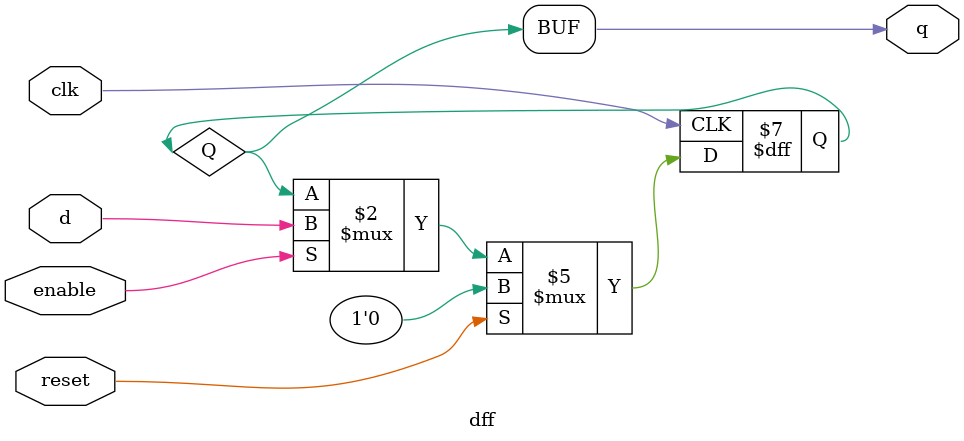
<source format=sv>

`ifndef DFF
`define DFF

module dff(clk, reset, enable, d, q);
   //
   // ---------------- PORT DEFINITIONS ----------------
   //
   input  clk;
   input reset;
   input enable;
   input d;
   output q;

   logic Q;

   //
   // ---------------- MODULE DESIGN IMPLEMENTATION ----------------
   //

   always_ff @(posedge clk) begin
    if (reset) begin
      Q <= 0; // Synchronous reset
    end else if (enable) begin
      Q <= d; // Data is loaded only when enable is high
    end
  end

  assign q = Q;

endmodule

`endif // dff
</source>
